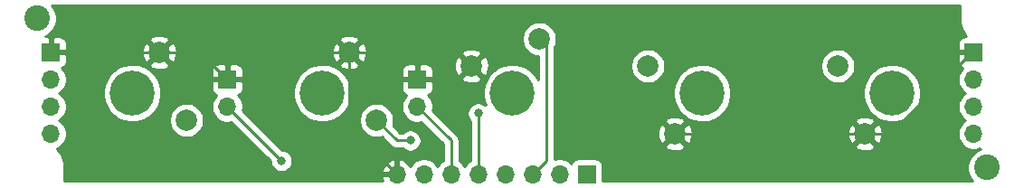
<source format=gbl>
G04 #@! TF.GenerationSoftware,KiCad,Pcbnew,(5.1.8)-1*
G04 #@! TF.CreationDate,2021-10-14T01:25:15+09:00*
G04 #@! TF.ProjectId,windsynth,77696e64-7379-46e7-9468-2e6b69636164,rev?*
G04 #@! TF.SameCoordinates,Original*
G04 #@! TF.FileFunction,Copper,L2,Bot*
G04 #@! TF.FilePolarity,Positive*
%FSLAX46Y46*%
G04 Gerber Fmt 4.6, Leading zero omitted, Abs format (unit mm)*
G04 Created by KiCad (PCBNEW (5.1.8)-1) date 2021-10-14 01:25:15*
%MOMM*%
%LPD*%
G01*
G04 APERTURE LIST*
G04 #@! TA.AperFunction,ComponentPad*
%ADD10C,2.000000*%
G04 #@! TD*
G04 #@! TA.AperFunction,ComponentPad*
%ADD11C,4.200000*%
G04 #@! TD*
G04 #@! TA.AperFunction,ComponentPad*
%ADD12O,1.700000X1.700000*%
G04 #@! TD*
G04 #@! TA.AperFunction,ComponentPad*
%ADD13R,1.700000X1.700000*%
G04 #@! TD*
G04 #@! TA.AperFunction,ViaPad*
%ADD14C,2.400000*%
G04 #@! TD*
G04 #@! TA.AperFunction,ViaPad*
%ADD15C,0.800000*%
G04 #@! TD*
G04 #@! TA.AperFunction,Conductor*
%ADD16C,0.250000*%
G04 #@! TD*
G04 #@! TA.AperFunction,Conductor*
%ADD17C,0.254000*%
G04 #@! TD*
G04 #@! TA.AperFunction,Conductor*
%ADD18C,0.100000*%
G04 #@! TD*
G04 APERTURE END LIST*
D10*
G04 #@! TO.P,SW6,1*
G04 #@! TO.N,GND1*
X184785000Y-110490000D03*
G04 #@! TO.P,SW6,2*
G04 #@! TO.N,Net-(J6-Pad1)*
X182245000Y-104140000D03*
D11*
G04 #@! TO.P,SW6,3*
G04 #@! TO.N,N/C*
X187325000Y-106680000D03*
G04 #@! TD*
G04 #@! TO.P,SW7,3*
G04 #@! TO.N,N/C*
X169545000Y-106680000D03*
D10*
G04 #@! TO.P,SW7,2*
G04 #@! TO.N,Net-(J6-Pad2)*
X164465000Y-104140000D03*
G04 #@! TO.P,SW7,1*
G04 #@! TO.N,GND1*
X167005000Y-110490000D03*
G04 #@! TD*
G04 #@! TO.P,SW8,1*
G04 #@! TO.N,GND1*
X147955000Y-104140000D03*
G04 #@! TO.P,SW8,2*
G04 #@! TO.N,Net-(J6-Pad3)*
X154305000Y-101600000D03*
D11*
G04 #@! TO.P,SW8,3*
G04 #@! TO.N,N/C*
X151765000Y-106680000D03*
G04 #@! TD*
G04 #@! TO.P,SW9,3*
G04 #@! TO.N,N/C*
X133985000Y-106680000D03*
D10*
G04 #@! TO.P,SW9,2*
G04 #@! TO.N,Net-(J6-Pad4)*
X139065000Y-109220000D03*
G04 #@! TO.P,SW9,1*
G04 #@! TO.N,GND1*
X136525000Y-102870000D03*
G04 #@! TD*
G04 #@! TO.P,SW10,1*
G04 #@! TO.N,GND1*
X118745000Y-102870000D03*
G04 #@! TO.P,SW10,2*
G04 #@! TO.N,Net-(J6-Pad5)*
X121285000Y-109220000D03*
D11*
G04 #@! TO.P,SW10,3*
G04 #@! TO.N,N/C*
X116205000Y-106680000D03*
G04 #@! TD*
D12*
G04 #@! TO.P,SW11,2*
G04 #@! TO.N,Net-(J6-Pad6)*
X142875000Y-107950000D03*
D13*
G04 #@! TO.P,SW11,1*
G04 #@! TO.N,GND1*
X142875000Y-105410000D03*
G04 #@! TD*
G04 #@! TO.P,SW12,1*
G04 #@! TO.N,GND1*
X125095000Y-105410000D03*
D12*
G04 #@! TO.P,SW12,2*
G04 #@! TO.N,Net-(J6-Pad7)*
X125095000Y-107950000D03*
G04 #@! TD*
G04 #@! TO.P,J4,4*
G04 #@! TO.N,Net-(J4-Pad4)*
X194945000Y-110490000D03*
G04 #@! TO.P,J4,3*
G04 #@! TO.N,Net-(J4-Pad3)*
X194945000Y-107950000D03*
G04 #@! TO.P,J4,2*
G04 #@! TO.N,Net-(J4-Pad2)*
X194945000Y-105410000D03*
D13*
G04 #@! TO.P,J4,1*
G04 #@! TO.N,GND1*
X194945000Y-102870000D03*
G04 #@! TD*
G04 #@! TO.P,J5,1*
G04 #@! TO.N,GND1*
X108585000Y-102870000D03*
D12*
G04 #@! TO.P,J5,2*
G04 #@! TO.N,Net-(J4-Pad2)*
X108585000Y-105410000D03*
G04 #@! TO.P,J5,3*
G04 #@! TO.N,Net-(J4-Pad3)*
X108585000Y-107950000D03*
G04 #@! TO.P,J5,4*
G04 #@! TO.N,Net-(J4-Pad4)*
X108585000Y-110490000D03*
G04 #@! TD*
D13*
G04 #@! TO.P,J6,1*
G04 #@! TO.N,Net-(J6-Pad1)*
X158750000Y-114300000D03*
D12*
G04 #@! TO.P,J6,2*
G04 #@! TO.N,Net-(J6-Pad2)*
X156210000Y-114300000D03*
G04 #@! TO.P,J6,3*
G04 #@! TO.N,Net-(J6-Pad3)*
X153670000Y-114300000D03*
G04 #@! TO.P,J6,4*
G04 #@! TO.N,Net-(J6-Pad4)*
X151130000Y-114300000D03*
G04 #@! TO.P,J6,5*
G04 #@! TO.N,Net-(J6-Pad5)*
X148590000Y-114300000D03*
G04 #@! TO.P,J6,6*
G04 #@! TO.N,Net-(J6-Pad6)*
X146050000Y-114300000D03*
G04 #@! TO.P,J6,7*
G04 #@! TO.N,Net-(J6-Pad7)*
X143510000Y-114300000D03*
G04 #@! TO.P,J6,8*
G04 #@! TO.N,GND1*
X140970000Y-114300000D03*
G04 #@! TD*
D14*
G04 #@! TO.N,*
X107315000Y-99695000D03*
X196215000Y-113665000D03*
D15*
G04 #@! TO.N,Net-(J6-Pad4)*
X142240000Y-111125000D03*
G04 #@! TO.N,Net-(J6-Pad5)*
X148590000Y-108585000D03*
G04 #@! TO.N,Net-(J6-Pad7)*
X130175000Y-113030000D03*
G04 #@! TD*
D16*
G04 #@! TO.N,GND1*
X108585000Y-102870000D02*
X118745000Y-102870000D01*
X146685000Y-102870000D02*
X147955000Y-104140000D01*
X118745000Y-102870000D02*
X146685000Y-102870000D01*
X160655000Y-104140000D02*
X167005000Y-110490000D01*
X167005000Y-110490000D02*
X184785000Y-110490000D01*
X136525000Y-109855000D02*
X140970000Y-114300000D01*
X136525000Y-102870000D02*
X136525000Y-109855000D01*
X147955000Y-104140000D02*
X152400000Y-99695000D01*
X152400000Y-99695000D02*
X156210000Y-99695000D01*
X156210000Y-99695000D02*
X160655000Y-104140000D01*
X122555000Y-102870000D02*
X125095000Y-105410000D01*
X118745000Y-102870000D02*
X122555000Y-102870000D01*
X146685000Y-105410000D02*
X147955000Y-104140000D01*
X142875000Y-105410000D02*
X146685000Y-105410000D01*
X194724002Y-102870000D02*
X194945000Y-102870000D01*
X187104002Y-110490000D02*
X194724002Y-102870000D01*
X184785000Y-110490000D02*
X187104002Y-110490000D01*
G04 #@! TO.N,Net-(J6-Pad3)*
X153670000Y-114300000D02*
X154940000Y-113030000D01*
X154940000Y-102235000D02*
X154305000Y-101600000D01*
X154940000Y-113030000D02*
X154940000Y-102235000D01*
G04 #@! TO.N,Net-(J6-Pad4)*
X140970000Y-111125000D02*
X139065000Y-109220000D01*
X142240000Y-111125000D02*
X140970000Y-111125000D01*
G04 #@! TO.N,Net-(J6-Pad5)*
X148590000Y-114300000D02*
X148590000Y-108585000D01*
G04 #@! TO.N,Net-(J6-Pad7)*
X130175000Y-113030000D02*
X125095000Y-107950000D01*
G04 #@! TO.N,Net-(J6-Pad6)*
X146050000Y-111125000D02*
X142875000Y-107950000D01*
X146050000Y-114300000D02*
X146050000Y-111125000D01*
G04 #@! TD*
D17*
G04 #@! TO.N,GND1*
X193650000Y-99727418D02*
X193652845Y-99756300D01*
X193652762Y-99768117D01*
X193653662Y-99777288D01*
X193692525Y-100147043D01*
X193704553Y-100205636D01*
X193715762Y-100264399D01*
X193718425Y-100273221D01*
X193828367Y-100628385D01*
X193851551Y-100683536D01*
X193873956Y-100738992D01*
X193878283Y-100747128D01*
X194055114Y-101074173D01*
X194088570Y-101123774D01*
X194121320Y-101173821D01*
X194127145Y-101180962D01*
X194294296Y-101383013D01*
X194095000Y-101381928D01*
X193970518Y-101394188D01*
X193850820Y-101430498D01*
X193740506Y-101489463D01*
X193643815Y-101568815D01*
X193564463Y-101665506D01*
X193505498Y-101775820D01*
X193469188Y-101895518D01*
X193456928Y-102020000D01*
X193460000Y-102584250D01*
X193618750Y-102743000D01*
X194818000Y-102743000D01*
X194818000Y-102723000D01*
X195072000Y-102723000D01*
X195072000Y-102743000D01*
X195092000Y-102743000D01*
X195092000Y-102997000D01*
X195072000Y-102997000D01*
X195072000Y-103017000D01*
X194818000Y-103017000D01*
X194818000Y-102997000D01*
X193618750Y-102997000D01*
X193460000Y-103155750D01*
X193456928Y-103720000D01*
X193469188Y-103844482D01*
X193505498Y-103964180D01*
X193564463Y-104074494D01*
X193643815Y-104171185D01*
X193740506Y-104250537D01*
X193850820Y-104309502D01*
X193923380Y-104331513D01*
X193791525Y-104463368D01*
X193629010Y-104706589D01*
X193517068Y-104976842D01*
X193460000Y-105263740D01*
X193460000Y-105556260D01*
X193517068Y-105843158D01*
X193629010Y-106113411D01*
X193791525Y-106356632D01*
X193998368Y-106563475D01*
X194172760Y-106680000D01*
X193998368Y-106796525D01*
X193791525Y-107003368D01*
X193629010Y-107246589D01*
X193517068Y-107516842D01*
X193460000Y-107803740D01*
X193460000Y-108096260D01*
X193517068Y-108383158D01*
X193629010Y-108653411D01*
X193791525Y-108896632D01*
X193998368Y-109103475D01*
X194172760Y-109220000D01*
X193998368Y-109336525D01*
X193791525Y-109543368D01*
X193629010Y-109786589D01*
X193517068Y-110056842D01*
X193460000Y-110343740D01*
X193460000Y-110636260D01*
X193517068Y-110923158D01*
X193629010Y-111193411D01*
X193791525Y-111436632D01*
X193998368Y-111643475D01*
X194241589Y-111805990D01*
X194511842Y-111917932D01*
X194798740Y-111975000D01*
X195091260Y-111975000D01*
X195378158Y-111917932D01*
X195559946Y-111842633D01*
X195564550Y-111889382D01*
X195580410Y-111941666D01*
X195345801Y-112038844D01*
X195045256Y-112239662D01*
X194789662Y-112495256D01*
X194588844Y-112795801D01*
X194450518Y-113129750D01*
X194380000Y-113484268D01*
X194380000Y-113845732D01*
X194450518Y-114200250D01*
X194588844Y-114534199D01*
X194789662Y-114834744D01*
X194864918Y-114910000D01*
X160238072Y-114910000D01*
X160238072Y-113450000D01*
X160225812Y-113325518D01*
X160189502Y-113205820D01*
X160130537Y-113095506D01*
X160051185Y-112998815D01*
X159954494Y-112919463D01*
X159844180Y-112860498D01*
X159724482Y-112824188D01*
X159600000Y-112811928D01*
X157900000Y-112811928D01*
X157775518Y-112824188D01*
X157655820Y-112860498D01*
X157545506Y-112919463D01*
X157448815Y-112998815D01*
X157369463Y-113095506D01*
X157310498Y-113205820D01*
X157288487Y-113278380D01*
X157156632Y-113146525D01*
X156913411Y-112984010D01*
X156643158Y-112872068D01*
X156356260Y-112815000D01*
X156063740Y-112815000D01*
X155776842Y-112872068D01*
X155700000Y-112903897D01*
X155700000Y-111625413D01*
X166049192Y-111625413D01*
X166144956Y-111889814D01*
X166434571Y-112030704D01*
X166746108Y-112112384D01*
X167067595Y-112131718D01*
X167386675Y-112087961D01*
X167691088Y-111982795D01*
X167865044Y-111889814D01*
X167960808Y-111625413D01*
X183829192Y-111625413D01*
X183924956Y-111889814D01*
X184214571Y-112030704D01*
X184526108Y-112112384D01*
X184847595Y-112131718D01*
X185166675Y-112087961D01*
X185471088Y-111982795D01*
X185645044Y-111889814D01*
X185740808Y-111625413D01*
X184785000Y-110669605D01*
X183829192Y-111625413D01*
X167960808Y-111625413D01*
X167005000Y-110669605D01*
X166049192Y-111625413D01*
X155700000Y-111625413D01*
X155700000Y-110552595D01*
X165363282Y-110552595D01*
X165407039Y-110871675D01*
X165512205Y-111176088D01*
X165605186Y-111350044D01*
X165869587Y-111445808D01*
X166825395Y-110490000D01*
X167184605Y-110490000D01*
X168140413Y-111445808D01*
X168404814Y-111350044D01*
X168545704Y-111060429D01*
X168627384Y-110748892D01*
X168639189Y-110552595D01*
X183143282Y-110552595D01*
X183187039Y-110871675D01*
X183292205Y-111176088D01*
X183385186Y-111350044D01*
X183649587Y-111445808D01*
X184605395Y-110490000D01*
X184964605Y-110490000D01*
X185920413Y-111445808D01*
X186184814Y-111350044D01*
X186325704Y-111060429D01*
X186407384Y-110748892D01*
X186426718Y-110427405D01*
X186382961Y-110108325D01*
X186277795Y-109803912D01*
X186184814Y-109629956D01*
X185920413Y-109534192D01*
X184964605Y-110490000D01*
X184605395Y-110490000D01*
X183649587Y-109534192D01*
X183385186Y-109629956D01*
X183244296Y-109919571D01*
X183162616Y-110231108D01*
X183143282Y-110552595D01*
X168639189Y-110552595D01*
X168646718Y-110427405D01*
X168602961Y-110108325D01*
X168497795Y-109803912D01*
X168404814Y-109629956D01*
X168140413Y-109534192D01*
X167184605Y-110490000D01*
X166825395Y-110490000D01*
X165869587Y-109534192D01*
X165605186Y-109629956D01*
X165464296Y-109919571D01*
X165382616Y-110231108D01*
X165363282Y-110552595D01*
X155700000Y-110552595D01*
X155700000Y-109354587D01*
X166049192Y-109354587D01*
X167005000Y-110310395D01*
X167960808Y-109354587D01*
X167865044Y-109090186D01*
X167575429Y-108949296D01*
X167263892Y-108867616D01*
X166942405Y-108848282D01*
X166623325Y-108892039D01*
X166318912Y-108997205D01*
X166144956Y-109090186D01*
X166049192Y-109354587D01*
X155700000Y-109354587D01*
X155700000Y-106410626D01*
X166810000Y-106410626D01*
X166810000Y-106949374D01*
X166915105Y-107477770D01*
X167121275Y-107975508D01*
X167420587Y-108423461D01*
X167801539Y-108804413D01*
X168249492Y-109103725D01*
X168747230Y-109309895D01*
X169275626Y-109415000D01*
X169814374Y-109415000D01*
X170118089Y-109354587D01*
X183829192Y-109354587D01*
X184785000Y-110310395D01*
X185740808Y-109354587D01*
X185645044Y-109090186D01*
X185355429Y-108949296D01*
X185043892Y-108867616D01*
X184722405Y-108848282D01*
X184403325Y-108892039D01*
X184098912Y-108997205D01*
X183924956Y-109090186D01*
X183829192Y-109354587D01*
X170118089Y-109354587D01*
X170342770Y-109309895D01*
X170840508Y-109103725D01*
X171288461Y-108804413D01*
X171669413Y-108423461D01*
X171968725Y-107975508D01*
X172174895Y-107477770D01*
X172280000Y-106949374D01*
X172280000Y-106410626D01*
X184590000Y-106410626D01*
X184590000Y-106949374D01*
X184695105Y-107477770D01*
X184901275Y-107975508D01*
X185200587Y-108423461D01*
X185581539Y-108804413D01*
X186029492Y-109103725D01*
X186527230Y-109309895D01*
X187055626Y-109415000D01*
X187594374Y-109415000D01*
X188122770Y-109309895D01*
X188620508Y-109103725D01*
X189068461Y-108804413D01*
X189449413Y-108423461D01*
X189748725Y-107975508D01*
X189954895Y-107477770D01*
X190060000Y-106949374D01*
X190060000Y-106410626D01*
X189954895Y-105882230D01*
X189748725Y-105384492D01*
X189449413Y-104936539D01*
X189068461Y-104555587D01*
X188620508Y-104256275D01*
X188122770Y-104050105D01*
X187594374Y-103945000D01*
X187055626Y-103945000D01*
X186527230Y-104050105D01*
X186029492Y-104256275D01*
X185581539Y-104555587D01*
X185200587Y-104936539D01*
X184901275Y-105384492D01*
X184695105Y-105882230D01*
X184590000Y-106410626D01*
X172280000Y-106410626D01*
X172174895Y-105882230D01*
X171968725Y-105384492D01*
X171669413Y-104936539D01*
X171288461Y-104555587D01*
X170840508Y-104256275D01*
X170342770Y-104050105D01*
X169985137Y-103978967D01*
X180610000Y-103978967D01*
X180610000Y-104301033D01*
X180672832Y-104616912D01*
X180796082Y-104914463D01*
X180975013Y-105182252D01*
X181202748Y-105409987D01*
X181470537Y-105588918D01*
X181768088Y-105712168D01*
X182083967Y-105775000D01*
X182406033Y-105775000D01*
X182721912Y-105712168D01*
X183019463Y-105588918D01*
X183287252Y-105409987D01*
X183514987Y-105182252D01*
X183693918Y-104914463D01*
X183817168Y-104616912D01*
X183880000Y-104301033D01*
X183880000Y-103978967D01*
X183817168Y-103663088D01*
X183693918Y-103365537D01*
X183514987Y-103097748D01*
X183287252Y-102870013D01*
X183019463Y-102691082D01*
X182721912Y-102567832D01*
X182406033Y-102505000D01*
X182083967Y-102505000D01*
X181768088Y-102567832D01*
X181470537Y-102691082D01*
X181202748Y-102870013D01*
X180975013Y-103097748D01*
X180796082Y-103365537D01*
X180672832Y-103663088D01*
X180610000Y-103978967D01*
X169985137Y-103978967D01*
X169814374Y-103945000D01*
X169275626Y-103945000D01*
X168747230Y-104050105D01*
X168249492Y-104256275D01*
X167801539Y-104555587D01*
X167420587Y-104936539D01*
X167121275Y-105384492D01*
X166915105Y-105882230D01*
X166810000Y-106410626D01*
X155700000Y-106410626D01*
X155700000Y-103978967D01*
X162830000Y-103978967D01*
X162830000Y-104301033D01*
X162892832Y-104616912D01*
X163016082Y-104914463D01*
X163195013Y-105182252D01*
X163422748Y-105409987D01*
X163690537Y-105588918D01*
X163988088Y-105712168D01*
X164303967Y-105775000D01*
X164626033Y-105775000D01*
X164941912Y-105712168D01*
X165239463Y-105588918D01*
X165507252Y-105409987D01*
X165734987Y-105182252D01*
X165913918Y-104914463D01*
X166037168Y-104616912D01*
X166100000Y-104301033D01*
X166100000Y-103978967D01*
X166037168Y-103663088D01*
X165913918Y-103365537D01*
X165734987Y-103097748D01*
X165507252Y-102870013D01*
X165239463Y-102691082D01*
X164941912Y-102567832D01*
X164626033Y-102505000D01*
X164303967Y-102505000D01*
X163988088Y-102567832D01*
X163690537Y-102691082D01*
X163422748Y-102870013D01*
X163195013Y-103097748D01*
X163016082Y-103365537D01*
X162892832Y-103663088D01*
X162830000Y-103978967D01*
X155700000Y-103978967D01*
X155700000Y-102455157D01*
X155753918Y-102374463D01*
X155877168Y-102076912D01*
X155940000Y-101761033D01*
X155940000Y-101438967D01*
X155877168Y-101123088D01*
X155753918Y-100825537D01*
X155574987Y-100557748D01*
X155347252Y-100330013D01*
X155079463Y-100151082D01*
X154781912Y-100027832D01*
X154466033Y-99965000D01*
X154143967Y-99965000D01*
X153828088Y-100027832D01*
X153530537Y-100151082D01*
X153262748Y-100330013D01*
X153035013Y-100557748D01*
X152856082Y-100825537D01*
X152732832Y-101123088D01*
X152670000Y-101438967D01*
X152670000Y-101761033D01*
X152732832Y-102076912D01*
X152856082Y-102374463D01*
X153035013Y-102642252D01*
X153262748Y-102869987D01*
X153530537Y-103048918D01*
X153828088Y-103172168D01*
X154143967Y-103235000D01*
X154180001Y-103235000D01*
X154180001Y-105371435D01*
X153889413Y-104936539D01*
X153508461Y-104555587D01*
X153060508Y-104256275D01*
X152562770Y-104050105D01*
X152034374Y-103945000D01*
X151495626Y-103945000D01*
X150967230Y-104050105D01*
X150469492Y-104256275D01*
X150021539Y-104555587D01*
X149640587Y-104936539D01*
X149341275Y-105384492D01*
X149135105Y-105882230D01*
X149030000Y-106410626D01*
X149030000Y-106949374D01*
X149135105Y-107477770D01*
X149268482Y-107799771D01*
X149249774Y-107781063D01*
X149080256Y-107667795D01*
X148891898Y-107589774D01*
X148691939Y-107550000D01*
X148488061Y-107550000D01*
X148288102Y-107589774D01*
X148099744Y-107667795D01*
X147930226Y-107781063D01*
X147786063Y-107925226D01*
X147672795Y-108094744D01*
X147594774Y-108283102D01*
X147555000Y-108483061D01*
X147555000Y-108686939D01*
X147594774Y-108886898D01*
X147672795Y-109075256D01*
X147786063Y-109244774D01*
X147830001Y-109288712D01*
X147830000Y-113021821D01*
X147643368Y-113146525D01*
X147436525Y-113353368D01*
X147320000Y-113527760D01*
X147203475Y-113353368D01*
X146996632Y-113146525D01*
X146810000Y-113021822D01*
X146810000Y-111162322D01*
X146813676Y-111124999D01*
X146810000Y-111087676D01*
X146810000Y-111087667D01*
X146799003Y-110976014D01*
X146755546Y-110832753D01*
X146710721Y-110748892D01*
X146684974Y-110700723D01*
X146613799Y-110613997D01*
X146590001Y-110584999D01*
X146561003Y-110561201D01*
X144316209Y-108316408D01*
X144360000Y-108096260D01*
X144360000Y-107803740D01*
X144302932Y-107516842D01*
X144190990Y-107246589D01*
X144028475Y-107003368D01*
X143896620Y-106871513D01*
X143969180Y-106849502D01*
X144079494Y-106790537D01*
X144176185Y-106711185D01*
X144255537Y-106614494D01*
X144314502Y-106504180D01*
X144350812Y-106384482D01*
X144363072Y-106260000D01*
X144360000Y-105695750D01*
X144201250Y-105537000D01*
X143002000Y-105537000D01*
X143002000Y-105557000D01*
X142748000Y-105557000D01*
X142748000Y-105537000D01*
X141548750Y-105537000D01*
X141390000Y-105695750D01*
X141386928Y-106260000D01*
X141399188Y-106384482D01*
X141435498Y-106504180D01*
X141494463Y-106614494D01*
X141573815Y-106711185D01*
X141670506Y-106790537D01*
X141780820Y-106849502D01*
X141853380Y-106871513D01*
X141721525Y-107003368D01*
X141559010Y-107246589D01*
X141447068Y-107516842D01*
X141390000Y-107803740D01*
X141390000Y-108096260D01*
X141447068Y-108383158D01*
X141559010Y-108653411D01*
X141721525Y-108896632D01*
X141928368Y-109103475D01*
X142171589Y-109265990D01*
X142441842Y-109377932D01*
X142728740Y-109435000D01*
X143021260Y-109435000D01*
X143241408Y-109391209D01*
X145290001Y-111439803D01*
X145290000Y-113021821D01*
X145103368Y-113146525D01*
X144896525Y-113353368D01*
X144780000Y-113527760D01*
X144663475Y-113353368D01*
X144456632Y-113146525D01*
X144213411Y-112984010D01*
X143943158Y-112872068D01*
X143656260Y-112815000D01*
X143363740Y-112815000D01*
X143076842Y-112872068D01*
X142806589Y-112984010D01*
X142563368Y-113146525D01*
X142356525Y-113353368D01*
X142234805Y-113535534D01*
X142165178Y-113418645D01*
X141970269Y-113202412D01*
X141736920Y-113028359D01*
X141474099Y-112903175D01*
X141326890Y-112858524D01*
X141097000Y-112979845D01*
X141097000Y-114173000D01*
X141117000Y-114173000D01*
X141117000Y-114427000D01*
X141097000Y-114427000D01*
X141097000Y-114447000D01*
X140843000Y-114447000D01*
X140843000Y-114427000D01*
X139649186Y-114427000D01*
X139528519Y-114656891D01*
X139618304Y-114910000D01*
X109880000Y-114910000D01*
X109880000Y-113632581D01*
X109877155Y-113603699D01*
X109877238Y-113591883D01*
X109876338Y-113582712D01*
X109837475Y-113212958D01*
X109825449Y-113154371D01*
X109814238Y-113095601D01*
X109811574Y-113086779D01*
X109701633Y-112731615D01*
X109678449Y-112676464D01*
X109656044Y-112621008D01*
X109651717Y-112612872D01*
X109474885Y-112285827D01*
X109441469Y-112236285D01*
X109408680Y-112186178D01*
X109402855Y-112179037D01*
X109165866Y-111892568D01*
X109140413Y-111867292D01*
X109288411Y-111805990D01*
X109531632Y-111643475D01*
X109738475Y-111436632D01*
X109900990Y-111193411D01*
X110012932Y-110923158D01*
X110070000Y-110636260D01*
X110070000Y-110343740D01*
X110012932Y-110056842D01*
X109900990Y-109786589D01*
X109738475Y-109543368D01*
X109531632Y-109336525D01*
X109357240Y-109220000D01*
X109531632Y-109103475D01*
X109738475Y-108896632D01*
X109900990Y-108653411D01*
X110012932Y-108383158D01*
X110070000Y-108096260D01*
X110070000Y-107803740D01*
X110012932Y-107516842D01*
X109900990Y-107246589D01*
X109738475Y-107003368D01*
X109531632Y-106796525D01*
X109357240Y-106680000D01*
X109531632Y-106563475D01*
X109684481Y-106410626D01*
X113470000Y-106410626D01*
X113470000Y-106949374D01*
X113575105Y-107477770D01*
X113781275Y-107975508D01*
X114080587Y-108423461D01*
X114461539Y-108804413D01*
X114909492Y-109103725D01*
X115407230Y-109309895D01*
X115935626Y-109415000D01*
X116474374Y-109415000D01*
X117002770Y-109309895D01*
X117500508Y-109103725D01*
X117567493Y-109058967D01*
X119650000Y-109058967D01*
X119650000Y-109381033D01*
X119712832Y-109696912D01*
X119836082Y-109994463D01*
X120015013Y-110262252D01*
X120242748Y-110489987D01*
X120510537Y-110668918D01*
X120808088Y-110792168D01*
X121123967Y-110855000D01*
X121446033Y-110855000D01*
X121761912Y-110792168D01*
X122059463Y-110668918D01*
X122327252Y-110489987D01*
X122554987Y-110262252D01*
X122733918Y-109994463D01*
X122857168Y-109696912D01*
X122920000Y-109381033D01*
X122920000Y-109058967D01*
X122857168Y-108743088D01*
X122733918Y-108445537D01*
X122554987Y-108177748D01*
X122327252Y-107950013D01*
X122059463Y-107771082D01*
X121761912Y-107647832D01*
X121446033Y-107585000D01*
X121123967Y-107585000D01*
X120808088Y-107647832D01*
X120510537Y-107771082D01*
X120242748Y-107950013D01*
X120015013Y-108177748D01*
X119836082Y-108445537D01*
X119712832Y-108743088D01*
X119650000Y-109058967D01*
X117567493Y-109058967D01*
X117948461Y-108804413D01*
X118329413Y-108423461D01*
X118628725Y-107975508D01*
X118834895Y-107477770D01*
X118940000Y-106949374D01*
X118940000Y-106410626D01*
X118910039Y-106260000D01*
X123606928Y-106260000D01*
X123619188Y-106384482D01*
X123655498Y-106504180D01*
X123714463Y-106614494D01*
X123793815Y-106711185D01*
X123890506Y-106790537D01*
X124000820Y-106849502D01*
X124073380Y-106871513D01*
X123941525Y-107003368D01*
X123779010Y-107246589D01*
X123667068Y-107516842D01*
X123610000Y-107803740D01*
X123610000Y-108096260D01*
X123667068Y-108383158D01*
X123779010Y-108653411D01*
X123941525Y-108896632D01*
X124148368Y-109103475D01*
X124391589Y-109265990D01*
X124661842Y-109377932D01*
X124948740Y-109435000D01*
X125241260Y-109435000D01*
X125461408Y-109391209D01*
X129140000Y-113069802D01*
X129140000Y-113131939D01*
X129179774Y-113331898D01*
X129257795Y-113520256D01*
X129371063Y-113689774D01*
X129515226Y-113833937D01*
X129684744Y-113947205D01*
X129873102Y-114025226D01*
X130073061Y-114065000D01*
X130276939Y-114065000D01*
X130476898Y-114025226D01*
X130665256Y-113947205D01*
X130671386Y-113943109D01*
X139528519Y-113943109D01*
X139649186Y-114173000D01*
X140843000Y-114173000D01*
X140843000Y-112979845D01*
X140613110Y-112858524D01*
X140465901Y-112903175D01*
X140203080Y-113028359D01*
X139969731Y-113202412D01*
X139774822Y-113418645D01*
X139625843Y-113668748D01*
X139528519Y-113943109D01*
X130671386Y-113943109D01*
X130834774Y-113833937D01*
X130978937Y-113689774D01*
X131092205Y-113520256D01*
X131170226Y-113331898D01*
X131210000Y-113131939D01*
X131210000Y-112928061D01*
X131170226Y-112728102D01*
X131092205Y-112539744D01*
X130978937Y-112370226D01*
X130834774Y-112226063D01*
X130665256Y-112112795D01*
X130476898Y-112034774D01*
X130276939Y-111995000D01*
X130214802Y-111995000D01*
X126536209Y-108316408D01*
X126580000Y-108096260D01*
X126580000Y-107803740D01*
X126522932Y-107516842D01*
X126410990Y-107246589D01*
X126248475Y-107003368D01*
X126116620Y-106871513D01*
X126189180Y-106849502D01*
X126299494Y-106790537D01*
X126396185Y-106711185D01*
X126475537Y-106614494D01*
X126534502Y-106504180D01*
X126562881Y-106410626D01*
X131250000Y-106410626D01*
X131250000Y-106949374D01*
X131355105Y-107477770D01*
X131561275Y-107975508D01*
X131860587Y-108423461D01*
X132241539Y-108804413D01*
X132689492Y-109103725D01*
X133187230Y-109309895D01*
X133715626Y-109415000D01*
X134254374Y-109415000D01*
X134782770Y-109309895D01*
X135280508Y-109103725D01*
X135347493Y-109058967D01*
X137430000Y-109058967D01*
X137430000Y-109381033D01*
X137492832Y-109696912D01*
X137616082Y-109994463D01*
X137795013Y-110262252D01*
X138022748Y-110489987D01*
X138290537Y-110668918D01*
X138588088Y-110792168D01*
X138903967Y-110855000D01*
X139226033Y-110855000D01*
X139541912Y-110792168D01*
X139556375Y-110786177D01*
X140406201Y-111636003D01*
X140429999Y-111665001D01*
X140545724Y-111759974D01*
X140677753Y-111830546D01*
X140821014Y-111874003D01*
X140932667Y-111885000D01*
X140932677Y-111885000D01*
X140970000Y-111888676D01*
X141007323Y-111885000D01*
X141536289Y-111885000D01*
X141580226Y-111928937D01*
X141749744Y-112042205D01*
X141938102Y-112120226D01*
X142138061Y-112160000D01*
X142341939Y-112160000D01*
X142541898Y-112120226D01*
X142730256Y-112042205D01*
X142899774Y-111928937D01*
X143043937Y-111784774D01*
X143157205Y-111615256D01*
X143235226Y-111426898D01*
X143275000Y-111226939D01*
X143275000Y-111023061D01*
X143235226Y-110823102D01*
X143157205Y-110634744D01*
X143043937Y-110465226D01*
X142899774Y-110321063D01*
X142730256Y-110207795D01*
X142541898Y-110129774D01*
X142341939Y-110090000D01*
X142138061Y-110090000D01*
X141938102Y-110129774D01*
X141749744Y-110207795D01*
X141580226Y-110321063D01*
X141536289Y-110365000D01*
X141284802Y-110365000D01*
X140631177Y-109711375D01*
X140637168Y-109696912D01*
X140700000Y-109381033D01*
X140700000Y-109058967D01*
X140637168Y-108743088D01*
X140513918Y-108445537D01*
X140334987Y-108177748D01*
X140107252Y-107950013D01*
X139839463Y-107771082D01*
X139541912Y-107647832D01*
X139226033Y-107585000D01*
X138903967Y-107585000D01*
X138588088Y-107647832D01*
X138290537Y-107771082D01*
X138022748Y-107950013D01*
X137795013Y-108177748D01*
X137616082Y-108445537D01*
X137492832Y-108743088D01*
X137430000Y-109058967D01*
X135347493Y-109058967D01*
X135728461Y-108804413D01*
X136109413Y-108423461D01*
X136408725Y-107975508D01*
X136614895Y-107477770D01*
X136720000Y-106949374D01*
X136720000Y-106410626D01*
X136614895Y-105882230D01*
X136408725Y-105384492D01*
X136109413Y-104936539D01*
X135732874Y-104560000D01*
X141386928Y-104560000D01*
X141390000Y-105124250D01*
X141548750Y-105283000D01*
X142748000Y-105283000D01*
X142748000Y-104083750D01*
X143002000Y-104083750D01*
X143002000Y-105283000D01*
X144201250Y-105283000D01*
X144208837Y-105275413D01*
X146999192Y-105275413D01*
X147094956Y-105539814D01*
X147384571Y-105680704D01*
X147696108Y-105762384D01*
X148017595Y-105781718D01*
X148336675Y-105737961D01*
X148641088Y-105632795D01*
X148815044Y-105539814D01*
X148910808Y-105275413D01*
X147955000Y-104319605D01*
X146999192Y-105275413D01*
X144208837Y-105275413D01*
X144360000Y-105124250D01*
X144363072Y-104560000D01*
X144350812Y-104435518D01*
X144314502Y-104315820D01*
X144255537Y-104205506D01*
X144253149Y-104202595D01*
X146313282Y-104202595D01*
X146357039Y-104521675D01*
X146462205Y-104826088D01*
X146555186Y-105000044D01*
X146819587Y-105095808D01*
X147775395Y-104140000D01*
X148134605Y-104140000D01*
X149090413Y-105095808D01*
X149354814Y-105000044D01*
X149495704Y-104710429D01*
X149577384Y-104398892D01*
X149596718Y-104077405D01*
X149552961Y-103758325D01*
X149447795Y-103453912D01*
X149354814Y-103279956D01*
X149090413Y-103184192D01*
X148134605Y-104140000D01*
X147775395Y-104140000D01*
X146819587Y-103184192D01*
X146555186Y-103279956D01*
X146414296Y-103569571D01*
X146332616Y-103881108D01*
X146313282Y-104202595D01*
X144253149Y-104202595D01*
X144176185Y-104108815D01*
X144079494Y-104029463D01*
X143969180Y-103970498D01*
X143849482Y-103934188D01*
X143725000Y-103921928D01*
X143160750Y-103925000D01*
X143002000Y-104083750D01*
X142748000Y-104083750D01*
X142589250Y-103925000D01*
X142025000Y-103921928D01*
X141900518Y-103934188D01*
X141780820Y-103970498D01*
X141670506Y-104029463D01*
X141573815Y-104108815D01*
X141494463Y-104205506D01*
X141435498Y-104315820D01*
X141399188Y-104435518D01*
X141386928Y-104560000D01*
X135732874Y-104560000D01*
X135728461Y-104555587D01*
X135280508Y-104256275D01*
X134782770Y-104050105D01*
X134558090Y-104005413D01*
X135569192Y-104005413D01*
X135664956Y-104269814D01*
X135954571Y-104410704D01*
X136266108Y-104492384D01*
X136587595Y-104511718D01*
X136906675Y-104467961D01*
X137211088Y-104362795D01*
X137385044Y-104269814D01*
X137480808Y-104005413D01*
X136525000Y-103049605D01*
X135569192Y-104005413D01*
X134558090Y-104005413D01*
X134254374Y-103945000D01*
X133715626Y-103945000D01*
X133187230Y-104050105D01*
X132689492Y-104256275D01*
X132241539Y-104555587D01*
X131860587Y-104936539D01*
X131561275Y-105384492D01*
X131355105Y-105882230D01*
X131250000Y-106410626D01*
X126562881Y-106410626D01*
X126570812Y-106384482D01*
X126583072Y-106260000D01*
X126580000Y-105695750D01*
X126421250Y-105537000D01*
X125222000Y-105537000D01*
X125222000Y-105557000D01*
X124968000Y-105557000D01*
X124968000Y-105537000D01*
X123768750Y-105537000D01*
X123610000Y-105695750D01*
X123606928Y-106260000D01*
X118910039Y-106260000D01*
X118834895Y-105882230D01*
X118628725Y-105384492D01*
X118329413Y-104936539D01*
X117952874Y-104560000D01*
X123606928Y-104560000D01*
X123610000Y-105124250D01*
X123768750Y-105283000D01*
X124968000Y-105283000D01*
X124968000Y-104083750D01*
X125222000Y-104083750D01*
X125222000Y-105283000D01*
X126421250Y-105283000D01*
X126580000Y-105124250D01*
X126583072Y-104560000D01*
X126570812Y-104435518D01*
X126534502Y-104315820D01*
X126475537Y-104205506D01*
X126396185Y-104108815D01*
X126299494Y-104029463D01*
X126189180Y-103970498D01*
X126069482Y-103934188D01*
X125945000Y-103921928D01*
X125380750Y-103925000D01*
X125222000Y-104083750D01*
X124968000Y-104083750D01*
X124809250Y-103925000D01*
X124245000Y-103921928D01*
X124120518Y-103934188D01*
X124000820Y-103970498D01*
X123890506Y-104029463D01*
X123793815Y-104108815D01*
X123714463Y-104205506D01*
X123655498Y-104315820D01*
X123619188Y-104435518D01*
X123606928Y-104560000D01*
X117952874Y-104560000D01*
X117948461Y-104555587D01*
X117500508Y-104256275D01*
X117002770Y-104050105D01*
X116778090Y-104005413D01*
X117789192Y-104005413D01*
X117884956Y-104269814D01*
X118174571Y-104410704D01*
X118486108Y-104492384D01*
X118807595Y-104511718D01*
X119126675Y-104467961D01*
X119431088Y-104362795D01*
X119605044Y-104269814D01*
X119700808Y-104005413D01*
X118745000Y-103049605D01*
X117789192Y-104005413D01*
X116778090Y-104005413D01*
X116474374Y-103945000D01*
X115935626Y-103945000D01*
X115407230Y-104050105D01*
X114909492Y-104256275D01*
X114461539Y-104555587D01*
X114080587Y-104936539D01*
X113781275Y-105384492D01*
X113575105Y-105882230D01*
X113470000Y-106410626D01*
X109684481Y-106410626D01*
X109738475Y-106356632D01*
X109900990Y-106113411D01*
X110012932Y-105843158D01*
X110070000Y-105556260D01*
X110070000Y-105263740D01*
X110012932Y-104976842D01*
X109900990Y-104706589D01*
X109738475Y-104463368D01*
X109606620Y-104331513D01*
X109679180Y-104309502D01*
X109789494Y-104250537D01*
X109886185Y-104171185D01*
X109965537Y-104074494D01*
X110024502Y-103964180D01*
X110060812Y-103844482D01*
X110073072Y-103720000D01*
X110070000Y-103155750D01*
X109911250Y-102997000D01*
X108712000Y-102997000D01*
X108712000Y-103017000D01*
X108458000Y-103017000D01*
X108458000Y-102997000D01*
X108438000Y-102997000D01*
X108438000Y-102932595D01*
X117103282Y-102932595D01*
X117147039Y-103251675D01*
X117252205Y-103556088D01*
X117345186Y-103730044D01*
X117609587Y-103825808D01*
X118565395Y-102870000D01*
X118924605Y-102870000D01*
X119880413Y-103825808D01*
X120144814Y-103730044D01*
X120285704Y-103440429D01*
X120367384Y-103128892D01*
X120379189Y-102932595D01*
X134883282Y-102932595D01*
X134927039Y-103251675D01*
X135032205Y-103556088D01*
X135125186Y-103730044D01*
X135389587Y-103825808D01*
X136345395Y-102870000D01*
X136704605Y-102870000D01*
X137660413Y-103825808D01*
X137924814Y-103730044D01*
X138065704Y-103440429D01*
X138147384Y-103128892D01*
X138154859Y-103004587D01*
X146999192Y-103004587D01*
X147955000Y-103960395D01*
X148910808Y-103004587D01*
X148815044Y-102740186D01*
X148525429Y-102599296D01*
X148213892Y-102517616D01*
X147892405Y-102498282D01*
X147573325Y-102542039D01*
X147268912Y-102647205D01*
X147094956Y-102740186D01*
X146999192Y-103004587D01*
X138154859Y-103004587D01*
X138166718Y-102807405D01*
X138122961Y-102488325D01*
X138017795Y-102183912D01*
X137924814Y-102009956D01*
X137660413Y-101914192D01*
X136704605Y-102870000D01*
X136345395Y-102870000D01*
X135389587Y-101914192D01*
X135125186Y-102009956D01*
X134984296Y-102299571D01*
X134902616Y-102611108D01*
X134883282Y-102932595D01*
X120379189Y-102932595D01*
X120386718Y-102807405D01*
X120342961Y-102488325D01*
X120237795Y-102183912D01*
X120144814Y-102009956D01*
X119880413Y-101914192D01*
X118924605Y-102870000D01*
X118565395Y-102870000D01*
X117609587Y-101914192D01*
X117345186Y-102009956D01*
X117204296Y-102299571D01*
X117122616Y-102611108D01*
X117103282Y-102932595D01*
X108438000Y-102932595D01*
X108438000Y-102743000D01*
X108458000Y-102743000D01*
X108458000Y-101543750D01*
X108712000Y-101543750D01*
X108712000Y-102743000D01*
X109911250Y-102743000D01*
X110070000Y-102584250D01*
X110073072Y-102020000D01*
X110060812Y-101895518D01*
X110024502Y-101775820D01*
X110002463Y-101734587D01*
X117789192Y-101734587D01*
X118745000Y-102690395D01*
X119700808Y-101734587D01*
X135569192Y-101734587D01*
X136525000Y-102690395D01*
X137480808Y-101734587D01*
X137385044Y-101470186D01*
X137095429Y-101329296D01*
X136783892Y-101247616D01*
X136462405Y-101228282D01*
X136143325Y-101272039D01*
X135838912Y-101377205D01*
X135664956Y-101470186D01*
X135569192Y-101734587D01*
X119700808Y-101734587D01*
X119605044Y-101470186D01*
X119315429Y-101329296D01*
X119003892Y-101247616D01*
X118682405Y-101228282D01*
X118363325Y-101272039D01*
X118058912Y-101377205D01*
X117884956Y-101470186D01*
X117789192Y-101734587D01*
X110002463Y-101734587D01*
X109965537Y-101665506D01*
X109886185Y-101568815D01*
X109789494Y-101489463D01*
X109679180Y-101430498D01*
X109559482Y-101394188D01*
X109435000Y-101381928D01*
X108870750Y-101385000D01*
X108712000Y-101543750D01*
X108458000Y-101543750D01*
X108299250Y-101385000D01*
X108033558Y-101383553D01*
X108184199Y-101321156D01*
X108484744Y-101120338D01*
X108740338Y-100864744D01*
X108941156Y-100564199D01*
X109079482Y-100230250D01*
X109150000Y-99875732D01*
X109150000Y-99514268D01*
X109079482Y-99159750D01*
X108941156Y-98825801D01*
X108740338Y-98525256D01*
X108665082Y-98450000D01*
X193650001Y-98450000D01*
X193650000Y-99727418D01*
G04 #@! TA.AperFunction,Conductor*
D18*
G36*
X193650000Y-99727418D02*
G01*
X193652845Y-99756300D01*
X193652762Y-99768117D01*
X193653662Y-99777288D01*
X193692525Y-100147043D01*
X193704553Y-100205636D01*
X193715762Y-100264399D01*
X193718425Y-100273221D01*
X193828367Y-100628385D01*
X193851551Y-100683536D01*
X193873956Y-100738992D01*
X193878283Y-100747128D01*
X194055114Y-101074173D01*
X194088570Y-101123774D01*
X194121320Y-101173821D01*
X194127145Y-101180962D01*
X194294296Y-101383013D01*
X194095000Y-101381928D01*
X193970518Y-101394188D01*
X193850820Y-101430498D01*
X193740506Y-101489463D01*
X193643815Y-101568815D01*
X193564463Y-101665506D01*
X193505498Y-101775820D01*
X193469188Y-101895518D01*
X193456928Y-102020000D01*
X193460000Y-102584250D01*
X193618750Y-102743000D01*
X194818000Y-102743000D01*
X194818000Y-102723000D01*
X195072000Y-102723000D01*
X195072000Y-102743000D01*
X195092000Y-102743000D01*
X195092000Y-102997000D01*
X195072000Y-102997000D01*
X195072000Y-103017000D01*
X194818000Y-103017000D01*
X194818000Y-102997000D01*
X193618750Y-102997000D01*
X193460000Y-103155750D01*
X193456928Y-103720000D01*
X193469188Y-103844482D01*
X193505498Y-103964180D01*
X193564463Y-104074494D01*
X193643815Y-104171185D01*
X193740506Y-104250537D01*
X193850820Y-104309502D01*
X193923380Y-104331513D01*
X193791525Y-104463368D01*
X193629010Y-104706589D01*
X193517068Y-104976842D01*
X193460000Y-105263740D01*
X193460000Y-105556260D01*
X193517068Y-105843158D01*
X193629010Y-106113411D01*
X193791525Y-106356632D01*
X193998368Y-106563475D01*
X194172760Y-106680000D01*
X193998368Y-106796525D01*
X193791525Y-107003368D01*
X193629010Y-107246589D01*
X193517068Y-107516842D01*
X193460000Y-107803740D01*
X193460000Y-108096260D01*
X193517068Y-108383158D01*
X193629010Y-108653411D01*
X193791525Y-108896632D01*
X193998368Y-109103475D01*
X194172760Y-109220000D01*
X193998368Y-109336525D01*
X193791525Y-109543368D01*
X193629010Y-109786589D01*
X193517068Y-110056842D01*
X193460000Y-110343740D01*
X193460000Y-110636260D01*
X193517068Y-110923158D01*
X193629010Y-111193411D01*
X193791525Y-111436632D01*
X193998368Y-111643475D01*
X194241589Y-111805990D01*
X194511842Y-111917932D01*
X194798740Y-111975000D01*
X195091260Y-111975000D01*
X195378158Y-111917932D01*
X195559946Y-111842633D01*
X195564550Y-111889382D01*
X195580410Y-111941666D01*
X195345801Y-112038844D01*
X195045256Y-112239662D01*
X194789662Y-112495256D01*
X194588844Y-112795801D01*
X194450518Y-113129750D01*
X194380000Y-113484268D01*
X194380000Y-113845732D01*
X194450518Y-114200250D01*
X194588844Y-114534199D01*
X194789662Y-114834744D01*
X194864918Y-114910000D01*
X160238072Y-114910000D01*
X160238072Y-113450000D01*
X160225812Y-113325518D01*
X160189502Y-113205820D01*
X160130537Y-113095506D01*
X160051185Y-112998815D01*
X159954494Y-112919463D01*
X159844180Y-112860498D01*
X159724482Y-112824188D01*
X159600000Y-112811928D01*
X157900000Y-112811928D01*
X157775518Y-112824188D01*
X157655820Y-112860498D01*
X157545506Y-112919463D01*
X157448815Y-112998815D01*
X157369463Y-113095506D01*
X157310498Y-113205820D01*
X157288487Y-113278380D01*
X157156632Y-113146525D01*
X156913411Y-112984010D01*
X156643158Y-112872068D01*
X156356260Y-112815000D01*
X156063740Y-112815000D01*
X155776842Y-112872068D01*
X155700000Y-112903897D01*
X155700000Y-111625413D01*
X166049192Y-111625413D01*
X166144956Y-111889814D01*
X166434571Y-112030704D01*
X166746108Y-112112384D01*
X167067595Y-112131718D01*
X167386675Y-112087961D01*
X167691088Y-111982795D01*
X167865044Y-111889814D01*
X167960808Y-111625413D01*
X183829192Y-111625413D01*
X183924956Y-111889814D01*
X184214571Y-112030704D01*
X184526108Y-112112384D01*
X184847595Y-112131718D01*
X185166675Y-112087961D01*
X185471088Y-111982795D01*
X185645044Y-111889814D01*
X185740808Y-111625413D01*
X184785000Y-110669605D01*
X183829192Y-111625413D01*
X167960808Y-111625413D01*
X167005000Y-110669605D01*
X166049192Y-111625413D01*
X155700000Y-111625413D01*
X155700000Y-110552595D01*
X165363282Y-110552595D01*
X165407039Y-110871675D01*
X165512205Y-111176088D01*
X165605186Y-111350044D01*
X165869587Y-111445808D01*
X166825395Y-110490000D01*
X167184605Y-110490000D01*
X168140413Y-111445808D01*
X168404814Y-111350044D01*
X168545704Y-111060429D01*
X168627384Y-110748892D01*
X168639189Y-110552595D01*
X183143282Y-110552595D01*
X183187039Y-110871675D01*
X183292205Y-111176088D01*
X183385186Y-111350044D01*
X183649587Y-111445808D01*
X184605395Y-110490000D01*
X184964605Y-110490000D01*
X185920413Y-111445808D01*
X186184814Y-111350044D01*
X186325704Y-111060429D01*
X186407384Y-110748892D01*
X186426718Y-110427405D01*
X186382961Y-110108325D01*
X186277795Y-109803912D01*
X186184814Y-109629956D01*
X185920413Y-109534192D01*
X184964605Y-110490000D01*
X184605395Y-110490000D01*
X183649587Y-109534192D01*
X183385186Y-109629956D01*
X183244296Y-109919571D01*
X183162616Y-110231108D01*
X183143282Y-110552595D01*
X168639189Y-110552595D01*
X168646718Y-110427405D01*
X168602961Y-110108325D01*
X168497795Y-109803912D01*
X168404814Y-109629956D01*
X168140413Y-109534192D01*
X167184605Y-110490000D01*
X166825395Y-110490000D01*
X165869587Y-109534192D01*
X165605186Y-109629956D01*
X165464296Y-109919571D01*
X165382616Y-110231108D01*
X165363282Y-110552595D01*
X155700000Y-110552595D01*
X155700000Y-109354587D01*
X166049192Y-109354587D01*
X167005000Y-110310395D01*
X167960808Y-109354587D01*
X167865044Y-109090186D01*
X167575429Y-108949296D01*
X167263892Y-108867616D01*
X166942405Y-108848282D01*
X166623325Y-108892039D01*
X166318912Y-108997205D01*
X166144956Y-109090186D01*
X166049192Y-109354587D01*
X155700000Y-109354587D01*
X155700000Y-106410626D01*
X166810000Y-106410626D01*
X166810000Y-106949374D01*
X166915105Y-107477770D01*
X167121275Y-107975508D01*
X167420587Y-108423461D01*
X167801539Y-108804413D01*
X168249492Y-109103725D01*
X168747230Y-109309895D01*
X169275626Y-109415000D01*
X169814374Y-109415000D01*
X170118089Y-109354587D01*
X183829192Y-109354587D01*
X184785000Y-110310395D01*
X185740808Y-109354587D01*
X185645044Y-109090186D01*
X185355429Y-108949296D01*
X185043892Y-108867616D01*
X184722405Y-108848282D01*
X184403325Y-108892039D01*
X184098912Y-108997205D01*
X183924956Y-109090186D01*
X183829192Y-109354587D01*
X170118089Y-109354587D01*
X170342770Y-109309895D01*
X170840508Y-109103725D01*
X171288461Y-108804413D01*
X171669413Y-108423461D01*
X171968725Y-107975508D01*
X172174895Y-107477770D01*
X172280000Y-106949374D01*
X172280000Y-106410626D01*
X184590000Y-106410626D01*
X184590000Y-106949374D01*
X184695105Y-107477770D01*
X184901275Y-107975508D01*
X185200587Y-108423461D01*
X185581539Y-108804413D01*
X186029492Y-109103725D01*
X186527230Y-109309895D01*
X187055626Y-109415000D01*
X187594374Y-109415000D01*
X188122770Y-109309895D01*
X188620508Y-109103725D01*
X189068461Y-108804413D01*
X189449413Y-108423461D01*
X189748725Y-107975508D01*
X189954895Y-107477770D01*
X190060000Y-106949374D01*
X190060000Y-106410626D01*
X189954895Y-105882230D01*
X189748725Y-105384492D01*
X189449413Y-104936539D01*
X189068461Y-104555587D01*
X188620508Y-104256275D01*
X188122770Y-104050105D01*
X187594374Y-103945000D01*
X187055626Y-103945000D01*
X186527230Y-104050105D01*
X186029492Y-104256275D01*
X185581539Y-104555587D01*
X185200587Y-104936539D01*
X184901275Y-105384492D01*
X184695105Y-105882230D01*
X184590000Y-106410626D01*
X172280000Y-106410626D01*
X172174895Y-105882230D01*
X171968725Y-105384492D01*
X171669413Y-104936539D01*
X171288461Y-104555587D01*
X170840508Y-104256275D01*
X170342770Y-104050105D01*
X169985137Y-103978967D01*
X180610000Y-103978967D01*
X180610000Y-104301033D01*
X180672832Y-104616912D01*
X180796082Y-104914463D01*
X180975013Y-105182252D01*
X181202748Y-105409987D01*
X181470537Y-105588918D01*
X181768088Y-105712168D01*
X182083967Y-105775000D01*
X182406033Y-105775000D01*
X182721912Y-105712168D01*
X183019463Y-105588918D01*
X183287252Y-105409987D01*
X183514987Y-105182252D01*
X183693918Y-104914463D01*
X183817168Y-104616912D01*
X183880000Y-104301033D01*
X183880000Y-103978967D01*
X183817168Y-103663088D01*
X183693918Y-103365537D01*
X183514987Y-103097748D01*
X183287252Y-102870013D01*
X183019463Y-102691082D01*
X182721912Y-102567832D01*
X182406033Y-102505000D01*
X182083967Y-102505000D01*
X181768088Y-102567832D01*
X181470537Y-102691082D01*
X181202748Y-102870013D01*
X180975013Y-103097748D01*
X180796082Y-103365537D01*
X180672832Y-103663088D01*
X180610000Y-103978967D01*
X169985137Y-103978967D01*
X169814374Y-103945000D01*
X169275626Y-103945000D01*
X168747230Y-104050105D01*
X168249492Y-104256275D01*
X167801539Y-104555587D01*
X167420587Y-104936539D01*
X167121275Y-105384492D01*
X166915105Y-105882230D01*
X166810000Y-106410626D01*
X155700000Y-106410626D01*
X155700000Y-103978967D01*
X162830000Y-103978967D01*
X162830000Y-104301033D01*
X162892832Y-104616912D01*
X163016082Y-104914463D01*
X163195013Y-105182252D01*
X163422748Y-105409987D01*
X163690537Y-105588918D01*
X163988088Y-105712168D01*
X164303967Y-105775000D01*
X164626033Y-105775000D01*
X164941912Y-105712168D01*
X165239463Y-105588918D01*
X165507252Y-105409987D01*
X165734987Y-105182252D01*
X165913918Y-104914463D01*
X166037168Y-104616912D01*
X166100000Y-104301033D01*
X166100000Y-103978967D01*
X166037168Y-103663088D01*
X165913918Y-103365537D01*
X165734987Y-103097748D01*
X165507252Y-102870013D01*
X165239463Y-102691082D01*
X164941912Y-102567832D01*
X164626033Y-102505000D01*
X164303967Y-102505000D01*
X163988088Y-102567832D01*
X163690537Y-102691082D01*
X163422748Y-102870013D01*
X163195013Y-103097748D01*
X163016082Y-103365537D01*
X162892832Y-103663088D01*
X162830000Y-103978967D01*
X155700000Y-103978967D01*
X155700000Y-102455157D01*
X155753918Y-102374463D01*
X155877168Y-102076912D01*
X155940000Y-101761033D01*
X155940000Y-101438967D01*
X155877168Y-101123088D01*
X155753918Y-100825537D01*
X155574987Y-100557748D01*
X155347252Y-100330013D01*
X155079463Y-100151082D01*
X154781912Y-100027832D01*
X154466033Y-99965000D01*
X154143967Y-99965000D01*
X153828088Y-100027832D01*
X153530537Y-100151082D01*
X153262748Y-100330013D01*
X153035013Y-100557748D01*
X152856082Y-100825537D01*
X152732832Y-101123088D01*
X152670000Y-101438967D01*
X152670000Y-101761033D01*
X152732832Y-102076912D01*
X152856082Y-102374463D01*
X153035013Y-102642252D01*
X153262748Y-102869987D01*
X153530537Y-103048918D01*
X153828088Y-103172168D01*
X154143967Y-103235000D01*
X154180001Y-103235000D01*
X154180001Y-105371435D01*
X153889413Y-104936539D01*
X153508461Y-104555587D01*
X153060508Y-104256275D01*
X152562770Y-104050105D01*
X152034374Y-103945000D01*
X151495626Y-103945000D01*
X150967230Y-104050105D01*
X150469492Y-104256275D01*
X150021539Y-104555587D01*
X149640587Y-104936539D01*
X149341275Y-105384492D01*
X149135105Y-105882230D01*
X149030000Y-106410626D01*
X149030000Y-106949374D01*
X149135105Y-107477770D01*
X149268482Y-107799771D01*
X149249774Y-107781063D01*
X149080256Y-107667795D01*
X148891898Y-107589774D01*
X148691939Y-107550000D01*
X148488061Y-107550000D01*
X148288102Y-107589774D01*
X148099744Y-107667795D01*
X147930226Y-107781063D01*
X147786063Y-107925226D01*
X147672795Y-108094744D01*
X147594774Y-108283102D01*
X147555000Y-108483061D01*
X147555000Y-108686939D01*
X147594774Y-108886898D01*
X147672795Y-109075256D01*
X147786063Y-109244774D01*
X147830001Y-109288712D01*
X147830000Y-113021821D01*
X147643368Y-113146525D01*
X147436525Y-113353368D01*
X147320000Y-113527760D01*
X147203475Y-113353368D01*
X146996632Y-113146525D01*
X146810000Y-113021822D01*
X146810000Y-111162322D01*
X146813676Y-111124999D01*
X146810000Y-111087676D01*
X146810000Y-111087667D01*
X146799003Y-110976014D01*
X146755546Y-110832753D01*
X146710721Y-110748892D01*
X146684974Y-110700723D01*
X146613799Y-110613997D01*
X146590001Y-110584999D01*
X146561003Y-110561201D01*
X144316209Y-108316408D01*
X144360000Y-108096260D01*
X144360000Y-107803740D01*
X144302932Y-107516842D01*
X144190990Y-107246589D01*
X144028475Y-107003368D01*
X143896620Y-106871513D01*
X143969180Y-106849502D01*
X144079494Y-106790537D01*
X144176185Y-106711185D01*
X144255537Y-106614494D01*
X144314502Y-106504180D01*
X144350812Y-106384482D01*
X144363072Y-106260000D01*
X144360000Y-105695750D01*
X144201250Y-105537000D01*
X143002000Y-105537000D01*
X143002000Y-105557000D01*
X142748000Y-105557000D01*
X142748000Y-105537000D01*
X141548750Y-105537000D01*
X141390000Y-105695750D01*
X141386928Y-106260000D01*
X141399188Y-106384482D01*
X141435498Y-106504180D01*
X141494463Y-106614494D01*
X141573815Y-106711185D01*
X141670506Y-106790537D01*
X141780820Y-106849502D01*
X141853380Y-106871513D01*
X141721525Y-107003368D01*
X141559010Y-107246589D01*
X141447068Y-107516842D01*
X141390000Y-107803740D01*
X141390000Y-108096260D01*
X141447068Y-108383158D01*
X141559010Y-108653411D01*
X141721525Y-108896632D01*
X141928368Y-109103475D01*
X142171589Y-109265990D01*
X142441842Y-109377932D01*
X142728740Y-109435000D01*
X143021260Y-109435000D01*
X143241408Y-109391209D01*
X145290001Y-111439803D01*
X145290000Y-113021821D01*
X145103368Y-113146525D01*
X144896525Y-113353368D01*
X144780000Y-113527760D01*
X144663475Y-113353368D01*
X144456632Y-113146525D01*
X144213411Y-112984010D01*
X143943158Y-112872068D01*
X143656260Y-112815000D01*
X143363740Y-112815000D01*
X143076842Y-112872068D01*
X142806589Y-112984010D01*
X142563368Y-113146525D01*
X142356525Y-113353368D01*
X142234805Y-113535534D01*
X142165178Y-113418645D01*
X141970269Y-113202412D01*
X141736920Y-113028359D01*
X141474099Y-112903175D01*
X141326890Y-112858524D01*
X141097000Y-112979845D01*
X141097000Y-114173000D01*
X141117000Y-114173000D01*
X141117000Y-114427000D01*
X141097000Y-114427000D01*
X141097000Y-114447000D01*
X140843000Y-114447000D01*
X140843000Y-114427000D01*
X139649186Y-114427000D01*
X139528519Y-114656891D01*
X139618304Y-114910000D01*
X109880000Y-114910000D01*
X109880000Y-113632581D01*
X109877155Y-113603699D01*
X109877238Y-113591883D01*
X109876338Y-113582712D01*
X109837475Y-113212958D01*
X109825449Y-113154371D01*
X109814238Y-113095601D01*
X109811574Y-113086779D01*
X109701633Y-112731615D01*
X109678449Y-112676464D01*
X109656044Y-112621008D01*
X109651717Y-112612872D01*
X109474885Y-112285827D01*
X109441469Y-112236285D01*
X109408680Y-112186178D01*
X109402855Y-112179037D01*
X109165866Y-111892568D01*
X109140413Y-111867292D01*
X109288411Y-111805990D01*
X109531632Y-111643475D01*
X109738475Y-111436632D01*
X109900990Y-111193411D01*
X110012932Y-110923158D01*
X110070000Y-110636260D01*
X110070000Y-110343740D01*
X110012932Y-110056842D01*
X109900990Y-109786589D01*
X109738475Y-109543368D01*
X109531632Y-109336525D01*
X109357240Y-109220000D01*
X109531632Y-109103475D01*
X109738475Y-108896632D01*
X109900990Y-108653411D01*
X110012932Y-108383158D01*
X110070000Y-108096260D01*
X110070000Y-107803740D01*
X110012932Y-107516842D01*
X109900990Y-107246589D01*
X109738475Y-107003368D01*
X109531632Y-106796525D01*
X109357240Y-106680000D01*
X109531632Y-106563475D01*
X109684481Y-106410626D01*
X113470000Y-106410626D01*
X113470000Y-106949374D01*
X113575105Y-107477770D01*
X113781275Y-107975508D01*
X114080587Y-108423461D01*
X114461539Y-108804413D01*
X114909492Y-109103725D01*
X115407230Y-109309895D01*
X115935626Y-109415000D01*
X116474374Y-109415000D01*
X117002770Y-109309895D01*
X117500508Y-109103725D01*
X117567493Y-109058967D01*
X119650000Y-109058967D01*
X119650000Y-109381033D01*
X119712832Y-109696912D01*
X119836082Y-109994463D01*
X120015013Y-110262252D01*
X120242748Y-110489987D01*
X120510537Y-110668918D01*
X120808088Y-110792168D01*
X121123967Y-110855000D01*
X121446033Y-110855000D01*
X121761912Y-110792168D01*
X122059463Y-110668918D01*
X122327252Y-110489987D01*
X122554987Y-110262252D01*
X122733918Y-109994463D01*
X122857168Y-109696912D01*
X122920000Y-109381033D01*
X122920000Y-109058967D01*
X122857168Y-108743088D01*
X122733918Y-108445537D01*
X122554987Y-108177748D01*
X122327252Y-107950013D01*
X122059463Y-107771082D01*
X121761912Y-107647832D01*
X121446033Y-107585000D01*
X121123967Y-107585000D01*
X120808088Y-107647832D01*
X120510537Y-107771082D01*
X120242748Y-107950013D01*
X120015013Y-108177748D01*
X119836082Y-108445537D01*
X119712832Y-108743088D01*
X119650000Y-109058967D01*
X117567493Y-109058967D01*
X117948461Y-108804413D01*
X118329413Y-108423461D01*
X118628725Y-107975508D01*
X118834895Y-107477770D01*
X118940000Y-106949374D01*
X118940000Y-106410626D01*
X118910039Y-106260000D01*
X123606928Y-106260000D01*
X123619188Y-106384482D01*
X123655498Y-106504180D01*
X123714463Y-106614494D01*
X123793815Y-106711185D01*
X123890506Y-106790537D01*
X124000820Y-106849502D01*
X124073380Y-106871513D01*
X123941525Y-107003368D01*
X123779010Y-107246589D01*
X123667068Y-107516842D01*
X123610000Y-107803740D01*
X123610000Y-108096260D01*
X123667068Y-108383158D01*
X123779010Y-108653411D01*
X123941525Y-108896632D01*
X124148368Y-109103475D01*
X124391589Y-109265990D01*
X124661842Y-109377932D01*
X124948740Y-109435000D01*
X125241260Y-109435000D01*
X125461408Y-109391209D01*
X129140000Y-113069802D01*
X129140000Y-113131939D01*
X129179774Y-113331898D01*
X129257795Y-113520256D01*
X129371063Y-113689774D01*
X129515226Y-113833937D01*
X129684744Y-113947205D01*
X129873102Y-114025226D01*
X130073061Y-114065000D01*
X130276939Y-114065000D01*
X130476898Y-114025226D01*
X130665256Y-113947205D01*
X130671386Y-113943109D01*
X139528519Y-113943109D01*
X139649186Y-114173000D01*
X140843000Y-114173000D01*
X140843000Y-112979845D01*
X140613110Y-112858524D01*
X140465901Y-112903175D01*
X140203080Y-113028359D01*
X139969731Y-113202412D01*
X139774822Y-113418645D01*
X139625843Y-113668748D01*
X139528519Y-113943109D01*
X130671386Y-113943109D01*
X130834774Y-113833937D01*
X130978937Y-113689774D01*
X131092205Y-113520256D01*
X131170226Y-113331898D01*
X131210000Y-113131939D01*
X131210000Y-112928061D01*
X131170226Y-112728102D01*
X131092205Y-112539744D01*
X130978937Y-112370226D01*
X130834774Y-112226063D01*
X130665256Y-112112795D01*
X130476898Y-112034774D01*
X130276939Y-111995000D01*
X130214802Y-111995000D01*
X126536209Y-108316408D01*
X126580000Y-108096260D01*
X126580000Y-107803740D01*
X126522932Y-107516842D01*
X126410990Y-107246589D01*
X126248475Y-107003368D01*
X126116620Y-106871513D01*
X126189180Y-106849502D01*
X126299494Y-106790537D01*
X126396185Y-106711185D01*
X126475537Y-106614494D01*
X126534502Y-106504180D01*
X126562881Y-106410626D01*
X131250000Y-106410626D01*
X131250000Y-106949374D01*
X131355105Y-107477770D01*
X131561275Y-107975508D01*
X131860587Y-108423461D01*
X132241539Y-108804413D01*
X132689492Y-109103725D01*
X133187230Y-109309895D01*
X133715626Y-109415000D01*
X134254374Y-109415000D01*
X134782770Y-109309895D01*
X135280508Y-109103725D01*
X135347493Y-109058967D01*
X137430000Y-109058967D01*
X137430000Y-109381033D01*
X137492832Y-109696912D01*
X137616082Y-109994463D01*
X137795013Y-110262252D01*
X138022748Y-110489987D01*
X138290537Y-110668918D01*
X138588088Y-110792168D01*
X138903967Y-110855000D01*
X139226033Y-110855000D01*
X139541912Y-110792168D01*
X139556375Y-110786177D01*
X140406201Y-111636003D01*
X140429999Y-111665001D01*
X140545724Y-111759974D01*
X140677753Y-111830546D01*
X140821014Y-111874003D01*
X140932667Y-111885000D01*
X140932677Y-111885000D01*
X140970000Y-111888676D01*
X141007323Y-111885000D01*
X141536289Y-111885000D01*
X141580226Y-111928937D01*
X141749744Y-112042205D01*
X141938102Y-112120226D01*
X142138061Y-112160000D01*
X142341939Y-112160000D01*
X142541898Y-112120226D01*
X142730256Y-112042205D01*
X142899774Y-111928937D01*
X143043937Y-111784774D01*
X143157205Y-111615256D01*
X143235226Y-111426898D01*
X143275000Y-111226939D01*
X143275000Y-111023061D01*
X143235226Y-110823102D01*
X143157205Y-110634744D01*
X143043937Y-110465226D01*
X142899774Y-110321063D01*
X142730256Y-110207795D01*
X142541898Y-110129774D01*
X142341939Y-110090000D01*
X142138061Y-110090000D01*
X141938102Y-110129774D01*
X141749744Y-110207795D01*
X141580226Y-110321063D01*
X141536289Y-110365000D01*
X141284802Y-110365000D01*
X140631177Y-109711375D01*
X140637168Y-109696912D01*
X140700000Y-109381033D01*
X140700000Y-109058967D01*
X140637168Y-108743088D01*
X140513918Y-108445537D01*
X140334987Y-108177748D01*
X140107252Y-107950013D01*
X139839463Y-107771082D01*
X139541912Y-107647832D01*
X139226033Y-107585000D01*
X138903967Y-107585000D01*
X138588088Y-107647832D01*
X138290537Y-107771082D01*
X138022748Y-107950013D01*
X137795013Y-108177748D01*
X137616082Y-108445537D01*
X137492832Y-108743088D01*
X137430000Y-109058967D01*
X135347493Y-109058967D01*
X135728461Y-108804413D01*
X136109413Y-108423461D01*
X136408725Y-107975508D01*
X136614895Y-107477770D01*
X136720000Y-106949374D01*
X136720000Y-106410626D01*
X136614895Y-105882230D01*
X136408725Y-105384492D01*
X136109413Y-104936539D01*
X135732874Y-104560000D01*
X141386928Y-104560000D01*
X141390000Y-105124250D01*
X141548750Y-105283000D01*
X142748000Y-105283000D01*
X142748000Y-104083750D01*
X143002000Y-104083750D01*
X143002000Y-105283000D01*
X144201250Y-105283000D01*
X144208837Y-105275413D01*
X146999192Y-105275413D01*
X147094956Y-105539814D01*
X147384571Y-105680704D01*
X147696108Y-105762384D01*
X148017595Y-105781718D01*
X148336675Y-105737961D01*
X148641088Y-105632795D01*
X148815044Y-105539814D01*
X148910808Y-105275413D01*
X147955000Y-104319605D01*
X146999192Y-105275413D01*
X144208837Y-105275413D01*
X144360000Y-105124250D01*
X144363072Y-104560000D01*
X144350812Y-104435518D01*
X144314502Y-104315820D01*
X144255537Y-104205506D01*
X144253149Y-104202595D01*
X146313282Y-104202595D01*
X146357039Y-104521675D01*
X146462205Y-104826088D01*
X146555186Y-105000044D01*
X146819587Y-105095808D01*
X147775395Y-104140000D01*
X148134605Y-104140000D01*
X149090413Y-105095808D01*
X149354814Y-105000044D01*
X149495704Y-104710429D01*
X149577384Y-104398892D01*
X149596718Y-104077405D01*
X149552961Y-103758325D01*
X149447795Y-103453912D01*
X149354814Y-103279956D01*
X149090413Y-103184192D01*
X148134605Y-104140000D01*
X147775395Y-104140000D01*
X146819587Y-103184192D01*
X146555186Y-103279956D01*
X146414296Y-103569571D01*
X146332616Y-103881108D01*
X146313282Y-104202595D01*
X144253149Y-104202595D01*
X144176185Y-104108815D01*
X144079494Y-104029463D01*
X143969180Y-103970498D01*
X143849482Y-103934188D01*
X143725000Y-103921928D01*
X143160750Y-103925000D01*
X143002000Y-104083750D01*
X142748000Y-104083750D01*
X142589250Y-103925000D01*
X142025000Y-103921928D01*
X141900518Y-103934188D01*
X141780820Y-103970498D01*
X141670506Y-104029463D01*
X141573815Y-104108815D01*
X141494463Y-104205506D01*
X141435498Y-104315820D01*
X141399188Y-104435518D01*
X141386928Y-104560000D01*
X135732874Y-104560000D01*
X135728461Y-104555587D01*
X135280508Y-104256275D01*
X134782770Y-104050105D01*
X134558090Y-104005413D01*
X135569192Y-104005413D01*
X135664956Y-104269814D01*
X135954571Y-104410704D01*
X136266108Y-104492384D01*
X136587595Y-104511718D01*
X136906675Y-104467961D01*
X137211088Y-104362795D01*
X137385044Y-104269814D01*
X137480808Y-104005413D01*
X136525000Y-103049605D01*
X135569192Y-104005413D01*
X134558090Y-104005413D01*
X134254374Y-103945000D01*
X133715626Y-103945000D01*
X133187230Y-104050105D01*
X132689492Y-104256275D01*
X132241539Y-104555587D01*
X131860587Y-104936539D01*
X131561275Y-105384492D01*
X131355105Y-105882230D01*
X131250000Y-106410626D01*
X126562881Y-106410626D01*
X126570812Y-106384482D01*
X126583072Y-106260000D01*
X126580000Y-105695750D01*
X126421250Y-105537000D01*
X125222000Y-105537000D01*
X125222000Y-105557000D01*
X124968000Y-105557000D01*
X124968000Y-105537000D01*
X123768750Y-105537000D01*
X123610000Y-105695750D01*
X123606928Y-106260000D01*
X118910039Y-106260000D01*
X118834895Y-105882230D01*
X118628725Y-105384492D01*
X118329413Y-104936539D01*
X117952874Y-104560000D01*
X123606928Y-104560000D01*
X123610000Y-105124250D01*
X123768750Y-105283000D01*
X124968000Y-105283000D01*
X124968000Y-104083750D01*
X125222000Y-104083750D01*
X125222000Y-105283000D01*
X126421250Y-105283000D01*
X126580000Y-105124250D01*
X126583072Y-104560000D01*
X126570812Y-104435518D01*
X126534502Y-104315820D01*
X126475537Y-104205506D01*
X126396185Y-104108815D01*
X126299494Y-104029463D01*
X126189180Y-103970498D01*
X126069482Y-103934188D01*
X125945000Y-103921928D01*
X125380750Y-103925000D01*
X125222000Y-104083750D01*
X124968000Y-104083750D01*
X124809250Y-103925000D01*
X124245000Y-103921928D01*
X124120518Y-103934188D01*
X124000820Y-103970498D01*
X123890506Y-104029463D01*
X123793815Y-104108815D01*
X123714463Y-104205506D01*
X123655498Y-104315820D01*
X123619188Y-104435518D01*
X123606928Y-104560000D01*
X117952874Y-104560000D01*
X117948461Y-104555587D01*
X117500508Y-104256275D01*
X117002770Y-104050105D01*
X116778090Y-104005413D01*
X117789192Y-104005413D01*
X117884956Y-104269814D01*
X118174571Y-104410704D01*
X118486108Y-104492384D01*
X118807595Y-104511718D01*
X119126675Y-104467961D01*
X119431088Y-104362795D01*
X119605044Y-104269814D01*
X119700808Y-104005413D01*
X118745000Y-103049605D01*
X117789192Y-104005413D01*
X116778090Y-104005413D01*
X116474374Y-103945000D01*
X115935626Y-103945000D01*
X115407230Y-104050105D01*
X114909492Y-104256275D01*
X114461539Y-104555587D01*
X114080587Y-104936539D01*
X113781275Y-105384492D01*
X113575105Y-105882230D01*
X113470000Y-106410626D01*
X109684481Y-106410626D01*
X109738475Y-106356632D01*
X109900990Y-106113411D01*
X110012932Y-105843158D01*
X110070000Y-105556260D01*
X110070000Y-105263740D01*
X110012932Y-104976842D01*
X109900990Y-104706589D01*
X109738475Y-104463368D01*
X109606620Y-104331513D01*
X109679180Y-104309502D01*
X109789494Y-104250537D01*
X109886185Y-104171185D01*
X109965537Y-104074494D01*
X110024502Y-103964180D01*
X110060812Y-103844482D01*
X110073072Y-103720000D01*
X110070000Y-103155750D01*
X109911250Y-102997000D01*
X108712000Y-102997000D01*
X108712000Y-103017000D01*
X108458000Y-103017000D01*
X108458000Y-102997000D01*
X108438000Y-102997000D01*
X108438000Y-102932595D01*
X117103282Y-102932595D01*
X117147039Y-103251675D01*
X117252205Y-103556088D01*
X117345186Y-103730044D01*
X117609587Y-103825808D01*
X118565395Y-102870000D01*
X118924605Y-102870000D01*
X119880413Y-103825808D01*
X120144814Y-103730044D01*
X120285704Y-103440429D01*
X120367384Y-103128892D01*
X120379189Y-102932595D01*
X134883282Y-102932595D01*
X134927039Y-103251675D01*
X135032205Y-103556088D01*
X135125186Y-103730044D01*
X135389587Y-103825808D01*
X136345395Y-102870000D01*
X136704605Y-102870000D01*
X137660413Y-103825808D01*
X137924814Y-103730044D01*
X138065704Y-103440429D01*
X138147384Y-103128892D01*
X138154859Y-103004587D01*
X146999192Y-103004587D01*
X147955000Y-103960395D01*
X148910808Y-103004587D01*
X148815044Y-102740186D01*
X148525429Y-102599296D01*
X148213892Y-102517616D01*
X147892405Y-102498282D01*
X147573325Y-102542039D01*
X147268912Y-102647205D01*
X147094956Y-102740186D01*
X146999192Y-103004587D01*
X138154859Y-103004587D01*
X138166718Y-102807405D01*
X138122961Y-102488325D01*
X138017795Y-102183912D01*
X137924814Y-102009956D01*
X137660413Y-101914192D01*
X136704605Y-102870000D01*
X136345395Y-102870000D01*
X135389587Y-101914192D01*
X135125186Y-102009956D01*
X134984296Y-102299571D01*
X134902616Y-102611108D01*
X134883282Y-102932595D01*
X120379189Y-102932595D01*
X120386718Y-102807405D01*
X120342961Y-102488325D01*
X120237795Y-102183912D01*
X120144814Y-102009956D01*
X119880413Y-101914192D01*
X118924605Y-102870000D01*
X118565395Y-102870000D01*
X117609587Y-101914192D01*
X117345186Y-102009956D01*
X117204296Y-102299571D01*
X117122616Y-102611108D01*
X117103282Y-102932595D01*
X108438000Y-102932595D01*
X108438000Y-102743000D01*
X108458000Y-102743000D01*
X108458000Y-101543750D01*
X108712000Y-101543750D01*
X108712000Y-102743000D01*
X109911250Y-102743000D01*
X110070000Y-102584250D01*
X110073072Y-102020000D01*
X110060812Y-101895518D01*
X110024502Y-101775820D01*
X110002463Y-101734587D01*
X117789192Y-101734587D01*
X118745000Y-102690395D01*
X119700808Y-101734587D01*
X135569192Y-101734587D01*
X136525000Y-102690395D01*
X137480808Y-101734587D01*
X137385044Y-101470186D01*
X137095429Y-101329296D01*
X136783892Y-101247616D01*
X136462405Y-101228282D01*
X136143325Y-101272039D01*
X135838912Y-101377205D01*
X135664956Y-101470186D01*
X135569192Y-101734587D01*
X119700808Y-101734587D01*
X119605044Y-101470186D01*
X119315429Y-101329296D01*
X119003892Y-101247616D01*
X118682405Y-101228282D01*
X118363325Y-101272039D01*
X118058912Y-101377205D01*
X117884956Y-101470186D01*
X117789192Y-101734587D01*
X110002463Y-101734587D01*
X109965537Y-101665506D01*
X109886185Y-101568815D01*
X109789494Y-101489463D01*
X109679180Y-101430498D01*
X109559482Y-101394188D01*
X109435000Y-101381928D01*
X108870750Y-101385000D01*
X108712000Y-101543750D01*
X108458000Y-101543750D01*
X108299250Y-101385000D01*
X108033558Y-101383553D01*
X108184199Y-101321156D01*
X108484744Y-101120338D01*
X108740338Y-100864744D01*
X108941156Y-100564199D01*
X109079482Y-100230250D01*
X109150000Y-99875732D01*
X109150000Y-99514268D01*
X109079482Y-99159750D01*
X108941156Y-98825801D01*
X108740338Y-98525256D01*
X108665082Y-98450000D01*
X193650001Y-98450000D01*
X193650000Y-99727418D01*
G37*
G04 #@! TD.AperFunction*
G04 #@! TD*
M02*

</source>
